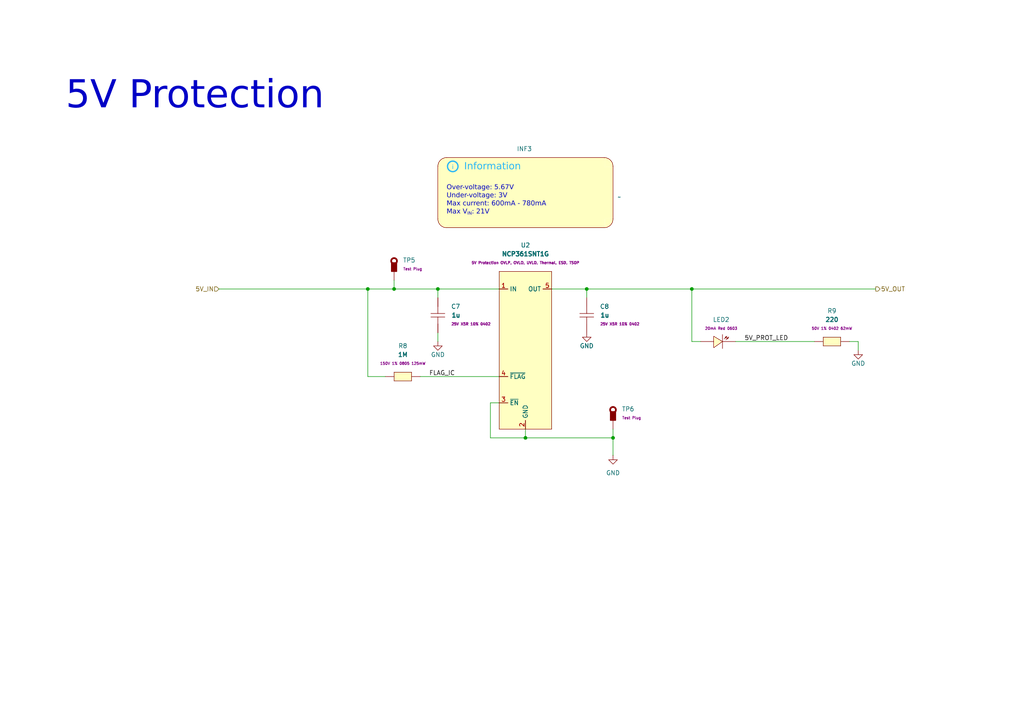
<source format=kicad_sch>
(kicad_sch (version 20231120) (generator "eeschema") (generator_version "8.0")
  (paper "A4")
  (title_block (title "AstraControl - 5V Protection") (date "2024-08-26") (rev "A") (company "LiveAstra Technologies"))
  (lib_symbols
    (symbol "LiveAstra:C_1uF_X5R_0402" (pin_numbers hide) (pin_names hide)
      (property "Reference" "C" (at 0 8.89 0))
      (property "Value" "1u" (at 0 6.35 0))
      (property "Extra Values" "25V X5R 10% 0402" (at 0 3.81 0))
      (symbol "C_1uF_X5R_0402_0_1"
        (polyline (pts (xy -0.51 -2.03) (xy -0.51 2.03)))
        (polyline (pts (xy -0.51 0) (xy -2.54 0)))
        (polyline (pts (xy 0.51 2.03) (xy 0.51 -2.03)))
        (polyline (pts (xy 2.54 0) (xy 0.51 0)))
      )
      (symbol "C_1uF_X5R_0402_1_1"
        (pin passive line (at -5.08 0 0) (length 2.54) (name "1") (number "1"))
        (pin passive line (at 5.08 0 180) (length 2.54) (name "2") (number "2"))
      )
    )
    (symbol "LiveAstra:Information_Box_XL" (pin_numbers hide) (pin_names (offset 0) hide) (exclude_from_sim yes) (in_bom no) (on_board no)
      (property "Reference" "INF" (at 0 10.16 0))
      (symbol "Information_Box_XL_1_1"
        (arc (start -25.3998 -10.1598) (mid -24.6559 -11.9559) (end -22.8598 -12.6998) (fill (type background)))
        (rectangle (start -25.4 5.08) (end 25.4 -10.16) (stroke (width -0.0001)) (fill (type background)))
        (arc (start -22.86 7.62) (mid -24.6561 6.8761) (end -25.4 5.08) (fill (type background)))
        (rectangle (start -22.86 7.62) (end 22.86 -12.7) (stroke (width -0.0001)) (fill (type background)))
        (rectangle (start -22.86 7.62) (end 22.86 -7.62) (stroke (width -0.0001)) (fill (type background)))
        (circle (center -21.082 5.08) (radius 1.524) (stroke (width 0.381) (color 41 182 246 1)))
        (polyline (pts (xy -25.4 5.08) (xy -25.4 -10.16)))
        (polyline (pts (xy -22.86 -12.7) (xy 22.86 -12.7)))
        (polyline (pts (xy 22.86 7.62) (xy -22.86 7.62)))
        (polyline (pts (xy 25.4 -10.16) (xy 25.4 5.08)))
        (arc (start 22.86 -12.7) (mid 24.6561 -11.9561) (end 25.4 -10.16) (fill (type background)))
        (arc (start 25.4 5.08) (mid 24.6561 6.8761) (end 22.86 7.62) (fill (type background)))
        (text "i" (at -21.0726 4.8456 0) (effects (font (size 1.27 1.27))))
        (text "Information" (at -17.78 5.08 0) (effects (font (size 2.032 2.032)) (justify left)))
      )
    )
    (symbol "LiveAstra:LED_RED_20mA_0603" (pin_numbers hide) (pin_names hide)
      (property "Reference" "LED" (at 0 6.35 0))
      (property "Extra Values" "20mA Red 0603" (at 0 3.81 0))
      (symbol "LED_RED_20mA_0603_0_1"
        (polyline (pts (xy 1.27 -2.03) (xy 1.27 2.03)))
        (polyline (pts (xy 1.778 0.762) (xy 2.286 1.27)))
        (polyline (pts (xy 2.286 0.508) (xy 2.794 1.016)))
        (polyline (pts (xy -1.27 1.52) (xy 1.27 0) (xy -1.27 -1.78) (xy -1.27 1.52)) (fill (type background)))
        (polyline (pts (xy 2.54 1.524) (xy 2.286 1.016) (xy 2.032 1.27) (xy 2.54 1.524)) (fill (type background)))
        (polyline (pts (xy 3.048 1.27) (xy 2.794 0.762) (xy 2.54 1.016) (xy 3.048 1.27)) (fill (type background)))
      )
      (symbol "LED_RED_20mA_0603_1_1"
        (pin passive line (at 5.08 0 180) (length 3.81) (name "K") (number "1"))
        (pin passive line (at -5.08 0 0) (length 3.81) (name "A") (number "2"))
      )
    )
    (symbol "LiveAstra:R_1MOhm_0805_125mW" (pin_numbers hide) (pin_names hide)
      (property "Reference" "R" (at 0 7.62 0))
      (property "Value" "1M" (at 0 5.08 0))
      (property "Extra Values" "150V 1% 0805 125mW" (at 0 2.54 0))
      (symbol "R_1MOhm_0805_125mW_0_1"
        (rectangle (start -2.54 1.27) (end 2.54 -1.27) (fill (type background)))
      )
      (symbol "R_1MOhm_0805_125mW_1_1"
        (pin passive line (at -5.08 0 0) (length 2.54) (name "1") (number "1"))
        (pin passive line (at 5.08 0 180) (length 2.54) (name "2") (number "2"))
      )
    )
    (symbol "LiveAstra:R_220Ohm_0402_62mW" (pin_numbers hide) (pin_names hide)
      (property "Reference" "R" (at 0 7.62 0))
      (property "Value" "220" (at 0 5.08 0))
      (property "Extra Values" "50V 1% 0402 62mW" (at 0 2.54 0))
      (symbol "R_220Ohm_0402_62mW_0_1"
        (rectangle (start -2.54 1.27) (end 2.54 -1.27) (fill (type background)))
      )
      (symbol "R_220Ohm_0402_62mW_1_1"
        (pin passive line (at -5.08 0 0) (length 2.54) (name "1") (number "1"))
        (pin passive line (at 5.08 0 180) (length 2.54) (name "2") (number "2"))
      )
    )
    (symbol "LiveAstra:TestPoint_Thimble" (pin_numbers hide) (pin_names hide) (in_bom no)
      (property "Reference" "TP" (at 0 9.5043 0))
      (property "Extra Values" "Test Plug" (at 0 7.62 0))
      (symbol "TestPoint_Thimble_1_1"
        (rectangle (start -0.762 5.08) (end 0.762 2.54) (stroke (width 0.254)) (fill (type outline)))
        (arc (start 0.508 4.9323) (mid 0 6.4175) (end -0.508 4.9323) (stroke (width 0.508)))
        (pin passive line (at 0 0 90) (length 2.54) (name "1") (number "1"))
      )
    )
    (symbol "LiveAstra:U_NCP361SNT1G_5V_Protection_IC_TSOP"
      (property "Reference" "U" (at 0 33.02 0))
      (property "Value" "NCP361SNT1G" (at 0 29.21 0))
      (property "Extra Values" "5V Protection OVLP, OVLO, UVLO, Thermal, ESD, TSOP" (at 1.27 25.4 0))
      (symbol "U_NCP361SNT1G_5V_Protection_IC_TSOP_0_1"
        (rectangle (start -7.62 22.86) (end 7.62 -22.86) (fill (type background)))
      )
      (symbol "U_NCP361SNT1G_5V_Protection_IC_TSOP_1_1"
        (pin power_in line (at -7.62 17.78 0) (length 2.54) (name "IN") (number "1"))
        (pin power_in line (at 0 -22.86 90) (length 2.54) (name "GND") (number "2"))
        (pin input line (at -7.62 -15.24 0) (length 2.54) (name "~{EN}") (number "3"))
        (pin input line (at -7.62 -7.62 0) (length 2.54) (name "~{FLAG}") (number "4"))
        (pin power_out line (at 7.62 17.78 180) (length 2.54) (name "OUT") (number "5"))
      )
    )
    (symbol "power:GND" (power) (pin_numbers hide) (pin_names (offset 0) hide)
      (property "Value" "GND" (at 0 -3.81 0))
      (symbol "GND_0_1"
        (polyline (pts (xy 0 0) (xy 0 -1.27) (xy 1.27 -1.27) (xy 0 -2.54) (xy -1.27 -1.27) (xy 0 -1.27)))
      )
      (symbol "GND_1_1"
        (pin power_in line (at 0 0 270) (length 0) (name "~") (number "1"))
      )
    )
  )
  (junction (at 106.68 83.82))
  (junction (at 200.66 83.82))
  (junction (at 127 83.82))
  (junction (at 177.8 127))
  (junction (at 152.4 127))
  (junction (at 170.18 83.82))
  (junction (at 114.3 83.82))
  (wire (pts (xy 200.66 99.06) (xy 200.66 83.82)))
  (wire (pts (xy 177.8 127) (xy 177.8 132.08)))
  (wire (pts (xy 160.02 83.82) (xy 170.18 83.82)))
  (wire (pts (xy 114.3 83.82) (xy 127 83.82)))
  (wire (pts (xy 248.92 99.06) (xy 246.38 99.06)))
  (wire (pts (xy 177.8 124.46) (xy 177.8 127)))
  (wire (pts (xy 200.66 83.82) (xy 254 83.82)))
  (wire (pts (xy 127 86.36) (xy 127 83.82)))
  (wire (pts (xy 121.92 109.22) (xy 144.78 109.22)))
  (wire (pts (xy 170.18 83.82) (xy 170.18 86.36)))
  (wire (pts (xy 106.68 83.82) (xy 106.68 109.22)))
  (wire (pts (xy 152.4 127) (xy 177.8 127)))
  (wire (pts (xy 114.3 81.28) (xy 114.3 83.82)))
  (wire (pts (xy 106.68 109.22) (xy 111.76 109.22)))
  (wire (pts (xy 170.18 83.82) (xy 200.66 83.82)))
  (wire (pts (xy 152.4 124.46) (xy 152.4 127)))
  (wire (pts (xy 142.24 116.84) (xy 142.24 127)))
  (wire (pts (xy 142.24 127) (xy 152.4 127)))
  (wire (pts (xy 200.66 99.06) (xy 203.2 99.06)))
  (wire (pts (xy 127 83.82) (xy 144.78 83.82)))
  (wire (pts (xy 127 99.06) (xy 127 96.52)))
  (wire (pts (xy 248.92 101.6) (xy 248.92 99.06)))
  (wire (pts (xy 142.24 116.84) (xy 144.78 116.84)))
  (wire (pts (xy 106.68 83.82) (xy 114.3 83.82)))
  (wire (pts (xy 236.22 99.06) (xy 213.36 99.06)))
  (wire (pts (xy 63.5 83.82) (xy 106.68 83.82)))
  (text "Over-voltage: 5.67V\nUnder-voltage: 3V\nMax current: 600mA - 780mA\nMax V_{IN}: 21V" (at 129.54 58.42 0) (effects (font (size 1.397 1.397)) (justify left)))
  (text "5V Protection" (at 19.05 25.4 0) (effects (font (size 8 8)) (justify left top)))
  (label "5V_PROT_LED" (at 215.9 99.06 0))
  (label "FLAG_IC" (at 124.46 109.22 0))
  (hierarchical_label "5V_OUT" (shape output) (at 254 83.82 0))
  (hierarchical_label "5V_IN" (shape input) (at 63.5 83.82 180))
  (symbol (lib_id "LiveAstra:C_1uF_X5R_0402") (at 127 91.44 90) (unit 1)
    (property "Reference" "C7" (at 130.81 88.8999 90) (effects (justify right)))
    (property "Value" "1u" (at 130.81 91.44 90) (effects (font (bold yes)) (justify right)))
    (property "Footprint" "LiveAstra:C_0402_1005Metric" (effects (hide yes)))
    (property "Datasheet" "https://lcsc.com/product-detail/Multilayer-Ceramic-Capacitors-MLCC-SMD-SMT_SAMSUNG_CL05A105KA5NQNC_1uF-105-10-25V_C52923.html" (effects (hide yes)))
    (property "Description" "25V 1uF X5R ±10% 0402 Multilayer Ceramic Capacitors MLCC - SMD/SMT ROHS" (effects (hide yes)))
    (property "LCSC Part" "C52923" (effects (hide yes)))
    (property "Extra Values" "25V X5R 10% 0402" (at 130.81 93.9799 90) (effects (font (size 0.762 0.762) (bold yes)) (justify right)))
    (property "MFN" "Samsung Electro-Mechanics" (effects (hide yes)))
    (property "MPR" "CL05A105KA5NQNC" (effects (hide yes)))
    (property "MPN" "CL05A105KA5NQNC" (effects (hide yes)))
  )
  (symbol (lib_id "LiveAstra:LED_RED_20mA_0603") (at 208.28 99.06 0) (unit 1)
    (property "Reference" "LED2" (at 209.169 92.71 0))
    (property "Value" "LED_RED_20mA_0603" (effects (hide yes)))
    (property "Footprint" "LiveAstra:LED_0603_1608Metric" (effects (hide yes)))
    (property "Datasheet" "https://lcsc.com/product-detail/Light-Emitting-Diodes-LED_Red-LED-0603_C2286.html" (effects (hide yes)))
    (property "Description" "-40℃~+85℃ Red 0603 LED Indication - Discrete ROHS" (effects (hide yes)))
    (property "LCSC Part" "C2286" (effects (hide yes)))
    (property "Extra Values" "20mA Red 0603" (at 209.169 95.25 0) (effects (font (size 0.762 0.762) (bold yes))))
    (property "MFN" "Hubei KENTO Elec" (effects (hide yes)))
    (property "MPN" "KT-0603R" (effects (hide yes)))
  )
  (symbol (lib_id "LiveAstra:TestPoint_Thimble") (at 177.8 124.46 0) (unit 1) (in_bom no)
    (property "Reference" "TP6" (at 180.34 118.6476 0) (effects (justify left)))
    (property "Value" "TestPoint_Thimble" (effects (hide yes)))
    (property "Footprint" "LiveAstra:TestPoint_Loop_D3.50mm_Drill0.9mm_Beaded" (effects (hide yes)))
    (property "Datasheet" "https://www.lcsc.com/product-detail/Thimble-Copper-Rod-Test-Ring_ronghe-RH-5000_C5277086.html" (effects (hide yes)))
    (property "Description" "Test Points / Test Rings ROHS" (effects (hide yes)))
    (property "LCSC Part" "C5277086" (effects (hide yes)))
    (property "Extra Values" "Test Plug" (at 180.34 121.1876 0) (effects (font (size 0.762 0.762) (bold yes)) (justify left)))
    (property "MFN" "ronghe" (effects (hide yes)))
    (property "MPN" "RH-5000" (effects (hide yes)))
  )
  (symbol (lib_id "power:GND") (at 248.92 101.6 0) (unit 1)
    (property "Reference" "#PWR020" (effects (hide yes)))
    (property "Value" "GND" (at 248.92 105.41 0))
    (property "Description" "Power symbol creates a global label with name \"GND\" , ground" (effects (hide yes)))
  )
  (symbol (lib_id "power:GND") (at 177.8 132.08 0) (unit 1)
    (property "Reference" "#PWR019" (effects (hide yes)))
    (property "Value" "GND" (at 177.8 137.16 0))
    (property "Description" "Power symbol creates a global label with name \"GND\" , ground" (effects (hide yes)))
  )
  (symbol (lib_id "LiveAstra:R_1MOhm_0805_125mW") (at 116.84 109.22 180) (unit 1)
    (property "Reference" "R8" (at 116.84 100.33 0))
    (property "Value" "1M" (at 116.84 102.87 0) (effects (font (bold yes))))
    (property "Footprint" "LiveAstra:R_0805_2012Metric_Pad1.20x1.40mm_HandSolder" (effects (hide yes)))
    (property "Datasheet" "https://lcsc.com/product-detail/Chip-Resistor-Surface-Mount-UniOhm_1MR-1004-1_C17514.html" (effects (hide yes)))
    (property "Description" "125mW Thick Film Resistors 150V ±100ppm/℃ ±1% 1MΩ 0805 Chip Resistor - Surface Mount ROHS" (effects (hide yes)))
    (property "LCSC Part" "C17514" (effects (hide yes)))
    (property "Extra Values" "150V 1% 0805 125mW" (at 116.84 105.41 0) (effects (font (size 0.762 0.762) (bold yes))))
    (property "MFN" "UNI-ROYAL(Uniroyal Elec)" (effects (hide yes)))
    (property "MPN" "0805W8F1004T5E" (effects (hide yes)))
  )
  (symbol (lib_id "power:GND") (at 170.18 96.52 0) (unit 1)
    (property "Reference" "#PWR018" (effects (hide yes)))
    (property "Value" "GND" (at 170.18 100.33 0))
    (property "Description" "Power symbol creates a global label with name \"GND\" , ground" (effects (hide yes)))
  )
  (symbol (lib_id "LiveAstra:R_220Ohm_0402_62mW") (at 241.3 99.06 180) (unit 1)
    (property "Reference" "R9" (at 241.3 90.17 0))
    (property "Value" "220" (at 241.3 92.71 0) (effects (font (bold yes))))
    (property "Footprint" "LiveAstra:R_0402_1005Metric" (effects (hide yes)))
    (property "Datasheet" "https://lcsc.com/product-detail/Chip-Resistor-Surface-Mount-UniOhm_220R-2200-1_C25091.html" (effects (hide yes)))
    (property "Description" "62.5mW Thick Film Resistors 50V ±100ppm/℃ ±1% 220Ω 0402 Chip Resistor - Surface Mount ROHS" (effects (hide yes)))
    (property "LCSC Part" "C25091" (effects (hide yes)))
    (property "Extra Values" "50V 1% 0402 62mW" (at 241.3 95.25 0) (effects (font (size 0.762 0.762) (bold yes))))
    (property "MFN" "UNI-ROYAL(Uniroyal Elec)" (effects (hide yes)))
    (property "MPN" "0402WGF2200TCE" (effects (hide yes)))
  )
  (symbol (lib_id "LiveAstra:U_NCP361SNT1G_5V_Protection_IC_TSOP") (at 152.4 101.6 0) (unit 1)
    (property "Reference" "U2" (at 152.4 71.12 0))
    (property "Value" "NCP361SNT1G" (at 152.4 73.66 0) (effects (font (bold yes))))
    (property "Footprint" "LiveAstra:5V_PROTECTION_NCP361SNT1G_TSOP-5" (effects (hide yes)))
    (property "Datasheet" "https://lcsc.com/product-detail/PMIC-Supervisors_ON-Semicon_NCP361SNT1G_ON-Semicon-ON-NCP361SNT1G_C233714.html" (effects (hide yes)))
    (property "Description" "USB Positive Overvoltage Protection Controller with Internal PMOS FET and Overcurrent Protection" (effects (hide yes)))
    (property "LCSC Part" "C233714" (effects (hide yes)))
    (property "Extra Values" "5V Protection OVLP, OVLO, UVLO, Thermal, ESD, TSOP" (at 152.4 76.2 0) (effects (font (size 0.762 0.762) (bold yes))))
    (property "MFN" "onsemi" (effects (hide yes)))
    (property "MPN" "NCP361SNT1G" (effects (hide yes)))
  )
  (symbol (lib_id "LiveAstra:C_1uF_X5R_0402") (at 170.18 91.44 270) (unit 1)
    (property "Reference" "C8" (at 173.99 88.8999 90) (effects (justify left)))
    (property "Value" "1u" (at 173.99 91.44 90) (effects (font (bold yes)) (justify left)))
    (property "Footprint" "LiveAstra:C_0402_1005Metric" (effects (hide yes)))
    (property "Datasheet" "https://lcsc.com/product-detail/Multilayer-Ceramic-Capacitors-MLCC-SMD-SMT_SAMSUNG_CL05A105KA5NQNC_1uF-105-10-25V_C52923.html" (effects (hide yes)))
    (property "Description" "25V 1uF X5R ±10% 0402 Multilayer Ceramic Capacitors MLCC - SMD/SMT ROHS" (effects (hide yes)))
    (property "LCSC Part" "C52923" (effects (hide yes)))
    (property "Extra Values" "25V X5R 10% 0402" (at 173.99 93.9799 90) (effects (font (size 0.762 0.762) (bold yes)) (justify left)))
    (property "MFN" "Samsung Electro-Mechanics" (effects (hide yes)))
    (property "MPR" "CL05A105KA5NQNC" (effects (hide yes)))
    (property "MPN" "CL05A105KA5NQNC" (effects (hide yes)))
  )
  (symbol (lib_id "power:GND") (at 127 99.06 0) (unit 1)
    (property "Reference" "#PWR017" (effects (hide yes)))
    (property "Value" "GND" (at 127 102.87 0))
    (property "Description" "Power symbol creates a global label with name \"GND\" , ground" (effects (hide yes)))
  )
  (symbol (lib_id "LiveAstra:Information_Box_XL") (at 152.4 53.34 0) (unit 1) (exclude_from_sim yes) (in_bom no) (on_board no)
    (property "Reference" "INF3" (at 149.86 43.18 0) (effects (justify left)))
    (property "Value" "~" (at 179.07 57.15 0) (effects (justify left)))
  )
  (symbol (lib_id "LiveAstra:TestPoint_Thimble") (at 114.3 81.28 0) (unit 1) (in_bom no)
    (property "Reference" "TP5" (at 116.84 75.4676 0) (effects (justify left)))
    (property "Value" "TestPoint_Thimble" (effects (hide yes)))
    (property "Footprint" "LiveAstra:TestPoint_Loop_D3.50mm_Drill0.9mm_Beaded" (effects (hide yes)))
    (property "Datasheet" "https://www.lcsc.com/product-detail/Thimble-Copper-Rod-Test-Ring_ronghe-RH-5000_C5277086.html" (effects (hide yes)))
    (property "Description" "Test Points / Test Rings ROHS" (effects (hide yes)))
    (property "LCSC Part" "C5277086" (effects (hide yes)))
    (property "Extra Values" "Test Plug" (at 116.84 78.0076 0) (effects (font (size 0.762 0.762) (bold yes)) (justify left)))
    (property "MFN" "ronghe" (effects (hide yes)))
    (property "MPN" "RH-5000" (effects (hide yes)))
  )
)
</source>
